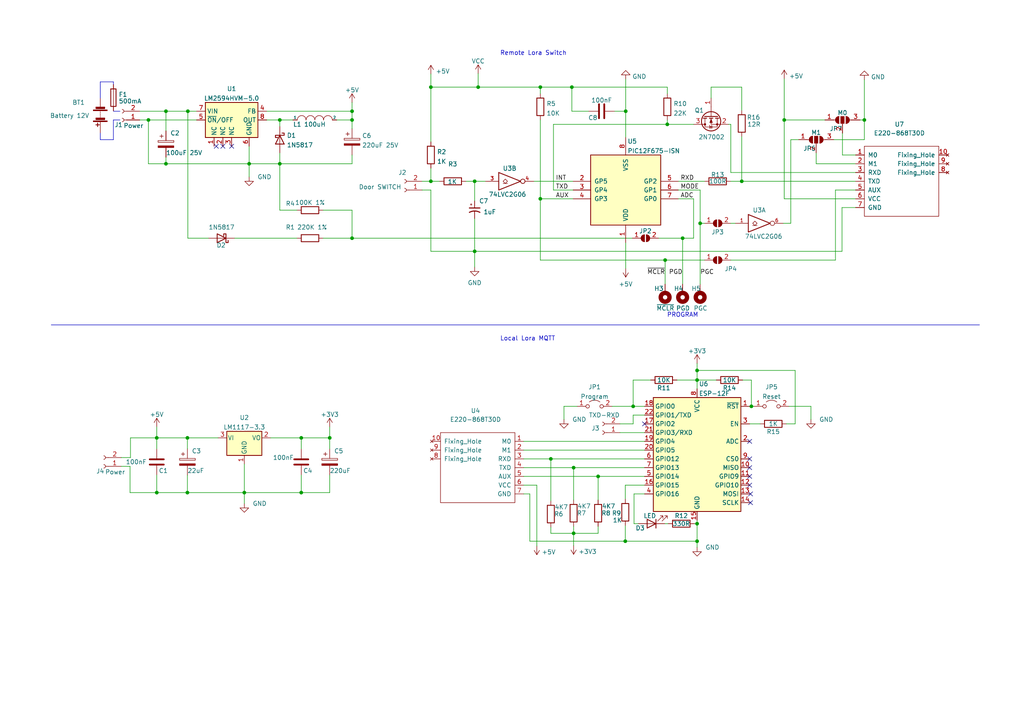
<source format=kicad_sch>
(kicad_sch (version 20221206) (generator eeschema)
  (paper "A4")
  (lib_symbols
    (symbol "74xGxx:74LVC2G06" (pin_names (offset 1.016))
      (property "Reference" "U" (at -2.54 3.81 0))
      (property "Value" "74LVC2G06" (at 0 -3.81 0))
      (symbol "74LVC2G06_0_1"
        (polyline (pts (xy -2.54 -0.635) (xy -1.27 -0.635)))
        (polyline (pts (xy -3.81 2.54) (xy -3.81 -2.54) (xy 2.54 0) (xy -3.81 2.54)) (stroke (width 0.254)))
        (polyline (pts (xy -1.905 0.635) (xy -2.54 0) (xy -1.905 -0.635) (xy -1.27 0) (xy -1.905 0.635)))
        (pin power_in line (at 0 -2.54 270) (length 0) hide (name "GND") (number "2"))
        (pin power_in line (at 0 2.54 90) (length 0) hide (name "VCC") (number "5"))
      )
      (symbol "74LVC2G06_1_1"
        (pin input line (at -7.62 0 0) (length 3.81) (name "~") (number "1"))
        (pin open_collector inverted (at 6.35 0 180) (length 3.81) (name "~") (number "6"))
      )
      (symbol "74LVC2G06_2_1"
        (pin input line (at -7.62 0 0) (length 3.81) (name "~") (number "3"))
        (pin open_collector inverted (at 6.35 0 180) (length 3.81) (name "~") (number "4"))
      )
    )
    (symbol "Connector:Conn_01x02_Female" (pin_names (offset 1.016) hide)
      (property "Reference" "J" (at 0 2.54 0))
      (property "Value" "Conn_01x02_Female" (at 0 -5.08 0))
      (symbol "Conn_01x02_Female_1_1"
        (arc (start 0 -2.032) (mid -0.5058 -2.54) (end 0 -3.048) (stroke (width 0.1524)))
        (polyline (pts (xy -1.27 -2.54) (xy -0.508 -2.54)) (stroke (width 0.1524)))
        (polyline (pts (xy -1.27 0) (xy -0.508 0)) (stroke (width 0.1524)))
        (arc (start 0 0.508) (mid -0.5058 0) (end 0 -0.508) (stroke (width 0.1524)))
        (pin passive line (at -5.08 0 0) (length 3.81) (name "Pin_1") (number "1"))
        (pin passive line (at -5.08 -2.54 0) (length 3.81) (name "Pin_2") (number "2"))
      )
    )
    (symbol "Device:Battery" (pin_numbers hide) (pin_names (offset 0) hide)
      (property "Reference" "BT" (at 2.54 2.54 0))
      (property "Value" "Battery" (at 2.54 0 0))
      (symbol "Battery_0_1"
        (rectangle (start -2.032 -1.397) (end 2.032 -1.651) (fill (type outline)))
        (rectangle (start -2.032 1.778) (end 2.032 1.524) (fill (type outline)))
        (rectangle (start -1.3208 -1.9812) (end 1.27 -2.4892) (fill (type outline)))
        (rectangle (start -1.3208 1.1938) (end 1.27 0.6858) (fill (type outline)))
        (polyline (pts (xy 0 -1.524) (xy 0 -1.27)))
        (polyline (pts (xy 0 -1.016) (xy 0 -0.762)))
        (polyline (pts (xy 0 -0.508) (xy 0 -0.254)))
        (polyline (pts (xy 0 0) (xy 0 0.254)))
        (polyline (pts (xy 0 0.508) (xy 0 0.762)))
        (polyline (pts (xy 0 1.778) (xy 0 2.54)))
        (polyline (pts (xy 0.254 2.667) (xy 1.27 2.667)) (stroke (width 0.254)))
        (polyline (pts (xy 0.762 3.175) (xy 0.762 2.159)) (stroke (width 0.254)))
      )
      (symbol "Battery_1_1"
        (pin passive line (at 0 5.08 270) (length 2.54) (name "+") (number "1"))
        (pin passive line (at 0 -5.08 90) (length 2.54) (name "-") (number "2"))
      )
    )
    (symbol "Device:C" (pin_numbers hide) (pin_names (offset 0.254))
      (property "Reference" "C" (at 0.635 2.54 0))
      (property "Value" "C" (at 0.635 -2.54 0))
      (symbol "C_0_1"
        (polyline (pts (xy -2.032 -0.762) (xy 2.032 -0.762)) (stroke (width 0.508)))
        (polyline (pts (xy -2.032 0.762) (xy 2.032 0.762)) (stroke (width 0.508)))
      )
      (symbol "C_1_1"
        (pin passive line (at 0 3.81 270) (length 2.794) (name "~") (number "1"))
        (pin passive line (at 0 -3.81 90) (length 2.794) (name "~") (number "2"))
      )
    )
    (symbol "Device:CP" (pin_numbers hide) (pin_names (offset 0.254))
      (property "Reference" "C" (at 0.635 2.54 0))
      (property "Value" "CP" (at 0.635 -2.54 0))
      (symbol "CP_0_1"
        (rectangle (start -2.286 0.508) (end 2.286 1.016))
        (polyline (pts (xy -1.778 2.286) (xy -0.762 2.286)))
        (polyline (pts (xy -1.27 2.794) (xy -1.27 1.778)))
        (rectangle (start 2.286 -0.508) (end -2.286 -1.016) (fill (type outline)))
      )
      (symbol "CP_1_1"
        (pin passive line (at 0 3.81 270) (length 2.794) (name "~") (number "1"))
        (pin passive line (at 0 -3.81 90) (length 2.794) (name "~") (number "2"))
      )
    )
    (symbol "Device:CP1_Small" (pin_numbers hide) (pin_names (offset 0.254) hide)
      (property "Reference" "C" (at 0.254 1.778 0))
      (property "Value" "CP1_Small" (at 0.254 -2.032 0))
      (symbol "CP1_Small_0_1"
        (polyline (pts (xy -1.524 0.508) (xy 1.524 0.508)) (stroke (width 0.3048)))
        (polyline (pts (xy -1.27 1.524) (xy -0.762 1.524)))
        (polyline (pts (xy -1.016 1.27) (xy -1.016 1.778)))
        (arc (start 1.524 -0.762) (mid 0 -0.3734) (end -1.524 -0.762) (stroke (width 0.3048)))
      )
      (symbol "CP1_Small_1_1"
        (pin passive line (at 0 2.54 270) (length 2.032) (name "~") (number "1"))
        (pin passive line (at 0 -2.54 90) (length 2.032) (name "~") (number "2"))
      )
    )
    (symbol "Device:Fuse" (pin_numbers hide) (pin_names (offset 0))
      (property "Reference" "F" (at 2.032 0 90))
      (property "Value" "Fuse" (at -1.905 0 90))
      (symbol "Fuse_0_1"
        (rectangle (start -0.762 -2.54) (end 0.762 2.54) (stroke (width 0.254)))
        (polyline (pts (xy 0 2.54) (xy 0 -2.54)))
      )
      (symbol "Fuse_1_1"
        (pin passive line (at 0 3.81 270) (length 1.27) (name "~") (number "1"))
        (pin passive line (at 0 -3.81 90) (length 1.27) (name "~") (number "2"))
      )
    )
    (symbol "Device:LED" (pin_numbers hide) (pin_names (offset 1.016) hide)
      (property "Reference" "D" (at 0 2.54 0))
      (property "Value" "LED" (at 0 -2.54 0))
      (symbol "LED_0_1"
        (polyline (pts (xy -1.27 -1.27) (xy -1.27 1.27)) (stroke (width 0.254)))
        (polyline (pts (xy -1.27 0) (xy 1.27 0)))
        (polyline (pts (xy 1.27 -1.27) (xy 1.27 1.27) (xy -1.27 0) (xy 1.27 -1.27)) (stroke (width 0.254)))
        (polyline (pts (xy -3.048 -0.762) (xy -4.572 -2.286) (xy -3.81 -2.286) (xy -4.572 -2.286) (xy -4.572 -1.524)))
        (polyline (pts (xy -1.778 -0.762) (xy -3.302 -2.286) (xy -2.54 -2.286) (xy -3.302 -2.286) (xy -3.302 -1.524)))
      )
      (symbol "LED_1_1"
        (pin passive line (at -3.81 0 0) (length 2.54) (name "K") (number "1"))
        (pin passive line (at 3.81 0 180) (length 2.54) (name "A") (number "2"))
      )
    )
    (symbol "Device:R" (pin_numbers hide) (pin_names (offset 0))
      (property "Reference" "R" (at 2.032 0 90))
      (property "Value" "R" (at 0 0 90))
      (symbol "R_0_1"
        (rectangle (start -1.016 -2.54) (end 1.016 2.54) (stroke (width 0.254)))
      )
      (symbol "R_1_1"
        (pin passive line (at 0 3.81 270) (length 1.27) (name "~") (number "1"))
        (pin passive line (at 0 -3.81 90) (length 1.27) (name "~") (number "2"))
      )
    )
    (symbol "Diode:1N5817" (pin_numbers hide) (pin_names (offset 1.016) hide)
      (property "Reference" "D" (at 0 2.54 0))
      (property "Value" "1N5817" (at 0 -2.54 0))
      (symbol "1N5817_0_1"
        (polyline (pts (xy 1.27 0) (xy -1.27 0)))
        (polyline (pts (xy 1.27 1.27) (xy 1.27 -1.27) (xy -1.27 0) (xy 1.27 1.27)) (stroke (width 0.254)))
        (polyline (pts (xy -1.905 0.635) (xy -1.905 1.27) (xy -1.27 1.27) (xy -1.27 -1.27) (xy -0.635 -1.27) (xy -0.635 -0.635)) (stroke (width 0.254)))
      )
      (symbol "1N5817_1_1"
        (pin passive line (at -3.81 0 0) (length 2.54) (name "K") (number "1"))
        (pin passive line (at 3.81 0 180) (length 2.54) (name "A") (number "2"))
      )
    )
    (symbol "E32-868T20D_1" (pin_names (offset 1.016))
      (property "Reference" "U4" (at 11.43 6.35 0))
      (property "Value" "E220-868T30D" (at 11.43 3.81 0))
      (symbol "E32-868T20D_1_0_1"
        (rectangle (start 0 0) (end 21.59 -20.32))
      )
      (symbol "E32-868T20D_1_1_0"
        (pin no_connect line (at 24.13 -7.62 180) (length 2.54) (name "Fixing_Hole") (number "8"))
      )
      (symbol "E32-868T20D_1_1_1"
        (pin input line (at -2.54 -2.54 0) (length 2.54) (name "M0") (number "1"))
        (pin no_connect line (at 24.13 -2.54 180) (length 2.54) (name "Fixing_Hole") (number "10"))
        (pin input line (at -2.54 -5.08 0) (length 2.54) (name "M1") (number "2"))
        (pin input line (at -2.54 -7.62 0) (length 2.54) (name "RXD") (number "3"))
        (pin output line (at -2.54 -10.16 0) (length 2.54) (name "TXD") (number "4"))
        (pin output line (at -2.54 -12.7 0) (length 2.54) (name "AUX") (number "5"))
        (pin input line (at -2.54 -15.24 0) (length 2.54) (name "VCC") (number "6"))
        (pin input line (at -2.54 -17.78 0) (length 2.54) (name "GND") (number "7"))
        (pin no_connect line (at 24.13 -5.08 180) (length 2.54) (name "Fixing_Hole") (number "9"))
      )
    )
    (symbol "Jumper:Jumper_2_Open" (pin_names (offset 0) hide)
      (property "Reference" "JP" (at 0 2.794 0))
      (property "Value" "Jumper_2_Open" (at 0 -2.286 0))
      (symbol "Jumper_2_Open_0_0"
        (circle (center -2.032 0) (radius 0.508))
        (circle (center 2.032 0) (radius 0.508))
      )
      (symbol "Jumper_2_Open_0_1"
        (arc (start 1.524 1.27) (mid 0 1.778) (end -1.524 1.27))
      )
      (symbol "Jumper_2_Open_1_1"
        (pin passive line (at -5.08 0 0) (length 2.54) (name "A") (number "1"))
        (pin passive line (at 5.08 0 180) (length 2.54) (name "B") (number "2"))
      )
    )
    (symbol "Jumper:SolderJumper_2_Open" (pin_names (offset 0) hide)
      (property "Reference" "JP" (at 0 2.032 0))
      (property "Value" "SolderJumper_2_Open" (at 0 -2.54 0))
      (symbol "SolderJumper_2_Open_0_1"
        (arc (start -0.254 1.016) (mid -1.2656 0) (end -0.254 -1.016))
        (arc (start -0.254 1.016) (mid -1.2656 0) (end -0.254 -1.016) (fill (type outline)))
        (polyline (pts (xy -0.254 1.016) (xy -0.254 -1.016)))
        (polyline (pts (xy 0.254 1.016) (xy 0.254 -1.016)))
        (arc (start 0.254 -1.016) (mid 1.2656 0) (end 0.254 1.016))
        (arc (start 0.254 -1.016) (mid 1.2656 0) (end 0.254 1.016) (fill (type outline)))
      )
      (symbol "SolderJumper_2_Open_1_1"
        (pin passive line (at -3.81 0 0) (length 2.54) (name "A") (number "1"))
        (pin passive line (at 3.81 0 180) (length 2.54) (name "B") (number "2"))
      )
    )
    (symbol "Jumper:SolderJumper_3_Open" (pin_names (offset 0) hide)
      (property "Reference" "JP" (at -2.54 -2.54 0))
      (property "Value" "SolderJumper_3_Open" (at 0 2.794 0))
      (symbol "SolderJumper_3_Open_0_1"
        (arc (start -1.016 1.016) (mid -2.0276 0) (end -1.016 -1.016))
        (arc (start -1.016 1.016) (mid -2.0276 0) (end -1.016 -1.016) (fill (type outline)))
        (rectangle (start -0.508 1.016) (end 0.508 -1.016) (fill (type outline)))
        (polyline (pts (xy -2.54 0) (xy -2.032 0)))
        (polyline (pts (xy -1.016 1.016) (xy -1.016 -1.016)))
        (polyline (pts (xy 0 -1.27) (xy 0 -1.016)))
        (polyline (pts (xy 1.016 1.016) (xy 1.016 -1.016)))
        (polyline (pts (xy 2.54 0) (xy 2.032 0)))
        (arc (start 1.016 -1.016) (mid 2.0276 0) (end 1.016 1.016))
        (arc (start 1.016 -1.016) (mid 2.0276 0) (end 1.016 1.016) (fill (type outline)))
      )
      (symbol "SolderJumper_3_Open_1_1"
        (pin passive line (at -5.08 0 0) (length 2.54) (name "A") (number "1"))
        (pin input line (at 0 -3.81 90) (length 2.54) (name "C") (number "2"))
        (pin passive line (at 5.08 0 180) (length 2.54) (name "B") (number "3"))
      )
    )
    (symbol "MCU_Microchip_PIC12:PIC12F675-ISN" (pin_names (offset 1.016))
      (property "Reference" "U" (at 1.27 13.97 0))
      (property "Value" "PIC12F675-ISN" (at 1.27 11.43 0))
      (symbol "PIC12F675-ISN_0_1"
        (rectangle (start 10.16 -10.16) (end -10.16 10.16) (stroke (width 0.254)) (fill (type background)))
      )
      (symbol "PIC12F675-ISN_1_1"
        (pin power_in line (at 0 15.24 270) (length 5.08) (name "VDD") (number "1"))
        (pin bidirectional line (at 15.24 -2.54 180) (length 5.08) (name "GP5") (number "2"))
        (pin bidirectional line (at 15.24 0 180) (length 5.08) (name "GP4") (number "3"))
        (pin input line (at 15.24 2.54 180) (length 5.08) (name "GP3") (number "4"))
        (pin bidirectional line (at -15.24 -2.54 0) (length 5.08) (name "GP2") (number "5"))
        (pin bidirectional line (at -15.24 0 0) (length 5.08) (name "GP1") (number "6"))
        (pin bidirectional line (at -15.24 2.54 0) (length 5.08) (name "GP0") (number "7"))
        (pin power_in line (at 0 -15.24 90) (length 5.08) (name "VSS") (number "8"))
      )
    )
    (symbol "Mechanical:MountingHole_Pad" (pin_numbers hide) (pin_names (offset 1.016) hide)
      (property "Reference" "H" (at 0 6.35 0))
      (property "Value" "MountingHole_Pad" (at 0 4.445 0))
      (symbol "MountingHole_Pad_0_1"
        (circle (center 0 1.27) (radius 1.27) (stroke (width 1.27)))
      )
      (symbol "MountingHole_Pad_1_1"
        (pin input line (at 0 -2.54 90) (length 2.54) (name "1") (number "1"))
      )
    )
    (symbol "RF_Module:ESP-12F"
      (property "Reference" "U" (at -12.7 19.05 0))
      (property "Value" "ESP-12F" (at 12.7 19.05 0))
      (symbol "ESP-12F_0_1"
        (rectangle (start -12.7 17.78) (end 12.7 -15.24) (stroke (width 0.254)) (fill (type background)))
      )
      (symbol "ESP-12F_1_1"
        (pin input line (at -15.24 15.24 0) (length 2.54) (name "~{RST}") (number "1"))
        (pin bidirectional line (at -15.24 -2.54 0) (length 2.54) (name "MISO") (number "10"))
        (pin bidirectional line (at -15.24 -5.08 0) (length 2.54) (name "GPIO9") (number "11"))
        (pin bidirectional line (at -15.24 -7.62 0) (length 2.54) (name "GPIO10") (number "12"))
        (pin bidirectional line (at -15.24 -10.16 0) (length 2.54) (name "MOSI") (number "13"))
        (pin bidirectional line (at -15.24 -12.7 0) (length 2.54) (name "SCLK") (number "14"))
        (pin power_in line (at 0 -17.78 90) (length 2.54) (name "GND") (number "15"))
        (pin bidirectional line (at 15.24 -7.62 180) (length 2.54) (name "GPIO15") (number "16"))
        (pin bidirectional line (at 15.24 10.16 180) (length 2.54) (name "GPIO2") (number "17"))
        (pin bidirectional line (at 15.24 15.24 180) (length 2.54) (name "GPIO0") (number "18"))
        (pin bidirectional line (at 15.24 5.08 180) (length 2.54) (name "GPIO4") (number "19"))
        (pin input line (at -15.24 5.08 0) (length 2.54) (name "ADC") (number "2"))
        (pin bidirectional line (at 15.24 2.54 180) (length 2.54) (name "GPIO5") (number "20"))
        (pin bidirectional line (at 15.24 7.62 180) (length 2.54) (name "GPIO3/RXD") (number "21"))
        (pin bidirectional line (at 15.24 12.7 180) (length 2.54) (name "GPIO1/TXD") (number "22"))
        (pin input line (at -15.24 10.16 0) (length 2.54) (name "EN") (number "3"))
        (pin bidirectional line (at 15.24 -10.16 180) (length 2.54) (name "GPIO16") (number "4"))
        (pin bidirectional line (at 15.24 -5.08 180) (length 2.54) (name "GPIO14") (number "5"))
        (pin bidirectional line (at 15.24 0 180) (length 2.54) (name "GPIO12") (number "6"))
        (pin bidirectional line (at 15.24 -2.54 180) (length 2.54) (name "GPIO13") (number "7"))
        (pin power_in line (at 0 20.32 270) (length 2.54) (name "VCC") (number "8"))
        (pin input line (at -15.24 0 0) (length 2.54) (name "CS0") (number "9"))
      )
    )
    (symbol "Regulator_Linear:LM1117-3.3" (pin_names (offset 0.254))
      (property "Reference" "U" (at -3.81 3.175 0))
      (property "Value" "LM1117-3.3" (at 0 3.175 0))
      (symbol "LM1117-3.3_0_1"
        (rectangle (start -5.08 -5.08) (end 5.08 1.905) (stroke (width 0.254)) (fill (type background)))
      )
      (symbol "LM1117-3.3_1_1"
        (pin power_in line (at 0 -7.62 90) (length 2.54) (name "GND") (number "1"))
        (pin power_out line (at 7.62 0 180) (length 2.54) (name "VO") (number "2"))
        (pin power_in line (at -7.62 0 0) (length 2.54) (name "VI") (number "3"))
      )
    )
    (symbol "Regulator_Switching:LM2594HVM-5.0"
      (property "Reference" "U" (at -7.62 6.35 0))
      (property "Value" "LM2594HVM-5.0" (at 0 6.35 0))
      (symbol "LM2594HVM-5.0_0_1"
        (rectangle (start -7.62 5.08) (end 7.62 -5.08) (stroke (width 0.254)) (fill (type background)))
      )
      (symbol "LM2594HVM-5.0_1_1"
        (pin passive line (at -5.08 -7.62 90) (length 2.54) (name "NC") (number "1"))
        (pin passive line (at -2.54 -7.62 90) (length 2.54) (name "NC") (number "2"))
        (pin passive line (at 0 -7.62 90) (length 2.54) (name "NC") (number "3"))
        (pin input line (at 10.16 2.54 180) (length 2.54) (name "FB") (number "4"))
        (pin input line (at -10.16 0 0) (length 2.54) (name "~{ON}/OFF") (number "5"))
        (pin power_in line (at 5.08 -7.62 90) (length 2.54) (name "GND") (number "6"))
        (pin power_in line (at -10.16 2.54 0) (length 2.54) (name "VIN") (number "7"))
        (pin output line (at 10.16 0 180) (length 2.54) (name "OUT") (number "8"))
      )
    )
    (symbol "Transistor_FET:2N7002" (pin_names hide)
      (property "Reference" "Q" (at 5.08 1.905 0))
      (property "Value" "2N7002" (at 5.08 0 0))
      (symbol "2N7002_0_1"
        (polyline (pts (xy 0.254 0) (xy -2.54 0)))
        (polyline (pts (xy 0.254 1.905) (xy 0.254 -1.905)) (stroke (width 0.254)))
        (polyline (pts (xy 0.762 -1.27) (xy 0.762 -2.286)) (stroke (width 0.254)))
        (polyline (pts (xy 0.762 0.508) (xy 0.762 -0.508)) (stroke (width 0.254)))
        (polyline (pts (xy 0.762 2.286) (xy 0.762 1.27)) (stroke (width 0.254)))
        (polyline (pts (xy 2.54 2.54) (xy 2.54 1.778)))
        (polyline (pts (xy 2.54 -2.54) (xy 2.54 0) (xy 0.762 0)))
        (polyline (pts (xy 0.762 -1.778) (xy 3.302 -1.778) (xy 3.302 1.778) (xy 0.762 1.778)))
        (polyline (pts (xy 1.016 0) (xy 2.032 0.381) (xy 2.032 -0.381) (xy 1.016 0)) (fill (type outline)))
        (polyline (pts (xy 2.794 0.508) (xy 2.921 0.381) (xy 3.683 0.381) (xy 3.81 0.254)))
        (polyline (pts (xy 3.302 0.381) (xy 2.921 -0.254) (xy 3.683 -0.254) (xy 3.302 0.381)))
        (circle (center 1.651 0) (radius 2.794) (stroke (width 0.254)))
        (circle (center 2.54 -1.778) (radius 0.254) (fill (type outline)))
        (circle (center 2.54 1.778) (radius 0.254) (fill (type outline)))
      )
      (symbol "2N7002_1_1"
        (pin input line (at -5.08 0 0) (length 2.54) (name "G") (number "1"))
        (pin passive line (at 2.54 -5.08 90) (length 2.54) (name "S") (number "2"))
        (pin passive line (at 2.54 5.08 270) (length 2.54) (name "D") (number "3"))
      )
    )
    (symbol "e32:E32-868T20D" (pin_names (offset 1.016))
      (property "Reference" "U7" (at 10.16 6.35 0))
      (property "Value" "E220-868T30D" (at 10.16 3.81 0))
      (symbol "E32-868T20D_0_1"
        (rectangle (start 0 0) (end 21.59 -20.32))
      )
      (symbol "E32-868T20D_1_0"
        (pin no_connect line (at 24.13 -7.62 180) (length 2.54) (name "Fixing_Hole") (number "8"))
      )
      (symbol "E32-868T20D_1_1"
        (pin input line (at -2.54 -2.54 0) (length 2.54) (name "M0") (number "1"))
        (pin no_connect line (at 24.13 -2.54 180) (length 2.54) (name "Fixing_Hole") (number "10"))
        (pin input line (at -2.54 -5.08 0) (length 2.54) (name "M1") (number "2"))
        (pin input line (at -2.54 -7.62 0) (length 2.54) (name "RXD") (number "3"))
        (pin output line (at -2.54 -10.16 0) (length 2.54) (name "TXD") (number "4"))
        (pin output line (at -2.54 -12.7 0) (length 2.54) (name "AUX") (number "5"))
        (pin input line (at -2.54 -15.24 0) (length 2.54) (name "VCC") (number "6"))
        (pin input line (at -2.54 -17.78 0) (length 2.54) (name "GND") (number "7"))
        (pin no_connect line (at 24.13 -5.08 180) (length 2.54) (name "Fixing_Hole") (number "9"))
      )
    )
    (symbol "power:+3V3" (power) (pin_names (offset 0))
      (property "Value" "+3V3" (at 0 3.556 0))
      (symbol "+3V3_0_1"
        (polyline (pts (xy -0.762 1.27) (xy 0 2.54)))
        (polyline (pts (xy 0 0) (xy 0 2.54)))
        (polyline (pts (xy 0 2.54) (xy 0.762 1.27)))
      )
      (symbol "+3V3_1_1"
        (pin power_in line (at 0 0 90) (length 0) hide (name "+3V3") (number "1"))
      )
    )
    (symbol "power:+5V" (power) (pin_names (offset 0))
      (property "Value" "+5V" (at 0 3.556 0))
      (symbol "+5V_0_1"
        (polyline (pts (xy -0.762 1.27) (xy 0 2.54)))
        (polyline (pts (xy 0 0) (xy 0 2.54)))
        (polyline (pts (xy 0 2.54) (xy 0.762 1.27)))
      )
      (symbol "+5V_1_1"
        (pin power_in line (at 0 0 90) (length 0) hide (name "+5V") (number "1"))
      )
    )
    (symbol "power:GND" (power) (pin_names (offset 0))
      (property "Value" "GND" (at 0 -3.81 0))
      (symbol "GND_0_1"
        (polyline (pts (xy 0 0) (xy 0 -1.27) (xy 1.27 -1.27) (xy 0 -2.54) (xy -1.27 -1.27) (xy 0 -1.27)))
      )
      (symbol "GND_1_1"
        (pin power_in line (at 0 0 270) (length 0) hide (name "GND") (number "1"))
      )
    )
    (symbol "power:VCC" (power) (pin_names (offset 0))
      (property "Value" "VCC" (at 0 3.81 0))
      (symbol "VCC_0_1"
        (polyline (pts (xy -0.762 1.27) (xy 0 2.54)))
        (polyline (pts (xy 0 0) (xy 0 2.54)))
        (polyline (pts (xy 0 2.54) (xy 0.762 1.27)))
      )
      (symbol "VCC_1_1"
        (pin power_in line (at 0 0 90) (length 0) hide (name "VCC") (number "1"))
      )
    )
    (symbol "pspice:INDUCTOR" (pin_numbers hide) (pin_names (offset 0))
      (property "Reference" "L" (at 0 2.54 0))
      (property "Value" "INDUCTOR" (at 0 -1.27 0))
      (symbol "INDUCTOR_0_1"
        (arc (start -2.54 0) (mid -3.81 1.2645) (end -5.08 0))
        (arc (start 0 0) (mid -1.27 1.2645) (end -2.54 0))
        (arc (start 2.54 0) (mid 1.27 1.2645) (end 0 0))
        (arc (start 5.08 0) (mid 3.81 1.2645) (end 2.54 0))
      )
      (symbol "INDUCTOR_1_1"
        (pin input line (at -6.35 0 0) (length 1.27) (name "1") (number "1"))
        (pin input line (at 6.35 0 180) (length 1.27) (name "2") (number "2"))
      )
    )
  )
  (junction (at 70.866 142.875))
  (junction (at 48.133 32.258))
  (junction (at 217.932 117.856))
  (junction (at 166.37 135.636))
  (junction (at 72.263 47.498))
  (junction (at 156.718 57.658))
  (junction (at 202.184 156.972))
  (junction (at 156.718 25.273))
  (junction (at 54.483 32.258))
  (junction (at 43.053 34.798))
  (junction (at 202.184 110.236))
  (junction (at 193.548 36.068))
  (junction (at 45.466 127))
  (junction (at 81.153 34.798))
  (junction (at 81.153 47.498))
  (junction (at 215.138 52.578))
  (junction (at 197.993 69.088))
  (junction (at 102.108 34.798))
  (junction (at 181.483 32.258))
  (junction (at 45.466 142.875))
  (junction (at 95.631 127))
  (junction (at 202.184 107.442))
  (junction (at 124.968 52.578))
  (junction (at 183.642 117.856))
  (junction (at 192.913 75.438))
  (junction (at 54.356 142.875))
  (junction (at 48.133 47.498))
  (junction (at 102.108 32.258))
  (junction (at 173.482 138.176))
  (junction (at 165.862 25.273))
  (junction (at 102.108 69.088))
  (junction (at 137.668 52.578))
  (junction (at 138.684 25.273))
  (junction (at 166.37 154.686))
  (junction (at 227.457 34.798))
  (junction (at 87.376 142.875))
  (junction (at 203.073 64.77))
  (junction (at 159.766 133.096))
  (junction (at 202.184 151.892))
  (junction (at 181.356 156.972))
  (junction (at 137.668 72.898))
  (junction (at 87.376 127))
  (junction (at 250.698 34.798))
  (junction (at 54.356 127))
  (junction (at 124.968 25.273))
  (no_connect (at 186.944 122.936))
  (no_connect (at 67.183 42.418))
  (no_connect (at 64.643 42.418))
  (no_connect (at 62.738 42.418))
  (no_connect (at 217.424 133.096))
  (no_connect (at 217.424 140.716))
  (no_connect (at 217.678 143.256))
  (no_connect (at 217.424 135.636))
  (no_connect (at 217.424 138.176))
  (no_connect (at 217.678 145.796))
  (no_connect (at 217.424 128.016))
  (wire (pts (xy 48.133 47.498) (xy 72.263 47.498)))
  (wire (pts (xy 156.718 25.273) (xy 165.862 25.273)))
  (wire (pts (xy 186.944 143.256) (xy 183.896 143.256)))
  (wire (pts (xy 151.892 128.016) (xy 186.944 128.016)))
  (wire (pts (xy 86.106 60.96) (xy 81.153 60.96)))
  (wire (pts (xy 202.184 105.41) (xy 202.184 107.442)))
  (wire (pts (xy 181.483 70.358) (xy 181.483 77.851)))
  (wire (pts (xy 196.723 55.118) (xy 203.073 55.118)))
  (wire (pts (xy 197.993 69.088) (xy 197.993 82.423)))
  (wire (pts (xy 160.528 36.068) (xy 160.528 55.118)))
  (wire (pts (xy 153.67 143.256) (xy 153.67 156.972)))
  (wire (pts (xy 70.866 134.62) (xy 70.866 142.875)))
  (polyline (pts (xy 32.893 23.749) (xy 29.083 23.749)))
  (wire (pts (xy 166.37 154.686) (xy 159.766 154.686)))
  (wire (pts (xy 54.483 32.258) (xy 57.023 32.258)))
  (wire (pts (xy 93.726 69.088) (xy 102.108 69.088)))
  (wire (pts (xy 156.718 25.273) (xy 156.718 27.178)))
  (wire (pts (xy 250.698 34.798) (xy 250.698 40.513)))
  (polyline (pts (xy 29.083 28.448) (xy 29.083 25.273)))
  (wire (pts (xy 167.386 117.856) (xy 163.576 117.856)))
  (wire (pts (xy 181.356 152.4) (xy 181.356 156.972)))
  (wire (pts (xy 87.376 142.875) (xy 70.866 142.875)))
  (wire (pts (xy 156.718 57.658) (xy 156.718 75.438)))
  (wire (pts (xy 248.158 57.658) (xy 227.457 57.658)))
  (wire (pts (xy 70.866 142.875) (xy 70.866 146.05)))
  (wire (pts (xy 48.133 47.498) (xy 43.053 47.498)))
  (wire (pts (xy 124.968 25.273) (xy 138.684 25.273)))
  (wire (pts (xy 201.168 57.658) (xy 201.168 69.088)))
  (wire (pts (xy 227.457 34.798) (xy 227.457 57.658)))
  (wire (pts (xy 250.698 23.114) (xy 250.698 34.798)))
  (wire (pts (xy 138.684 25.273) (xy 156.718 25.273)))
  (wire (pts (xy 135.128 52.578) (xy 137.668 52.578)))
  (wire (pts (xy 43.053 34.798) (xy 57.023 34.798)))
  (wire (pts (xy 48.133 32.258) (xy 48.133 37.973)))
  (wire (pts (xy 230.632 122.936) (xy 230.632 107.442)))
  (wire (pts (xy 244.221 60.198) (xy 244.221 72.898)))
  (wire (pts (xy 173.482 152.654) (xy 173.482 154.686)))
  (wire (pts (xy 248.158 44.958) (xy 244.348 44.958)))
  (wire (pts (xy 211.963 75.438) (xy 242.316 75.438)))
  (wire (pts (xy 37.846 127) (xy 37.846 132.715)))
  (polyline (pts (xy 29.083 23.749) (xy 29.083 25.273)))
  (wire (pts (xy 137.668 72.898) (xy 137.668 77.47)))
  (wire (pts (xy 77.343 32.258) (xy 102.108 32.258)))
  (wire (pts (xy 159.766 152.908) (xy 159.766 154.686)))
  (wire (pts (xy 166.37 152.654) (xy 166.37 154.686)))
  (wire (pts (xy 173.482 138.176) (xy 173.482 145.034)))
  (wire (pts (xy 97.663 34.798) (xy 102.108 34.798)))
  (wire (pts (xy 37.719 135.255) (xy 37.719 142.875)))
  (wire (pts (xy 81.153 60.96) (xy 81.153 47.498)))
  (wire (pts (xy 124.968 21.463) (xy 124.968 25.273)))
  (wire (pts (xy 192.786 151.892) (xy 193.802 151.892)))
  (wire (pts (xy 193.548 27.178) (xy 193.548 25.273)))
  (wire (pts (xy 68.072 69.088) (xy 86.106 69.088)))
  (wire (pts (xy 165.862 32.258) (xy 165.862 25.273)))
  (wire (pts (xy 93.726 60.96) (xy 102.108 60.96)))
  (wire (pts (xy 163.576 117.856) (xy 163.576 121.666)))
  (polyline (pts (xy 14.859 94.234) (xy 284.099 94.234)))
  (wire (pts (xy 211.963 36.068) (xy 211.328 36.068)))
  (wire (pts (xy 166.37 154.686) (xy 166.37 158.242)))
  (wire (pts (xy 54.356 137.795) (xy 54.356 142.875)))
  (wire (pts (xy 156.718 57.658) (xy 166.243 57.658)))
  (wire (pts (xy 166.37 154.686) (xy 173.482 154.686)))
  (wire (pts (xy 54.356 130.175) (xy 54.356 127)))
  (wire (pts (xy 203.073 64.77) (xy 204.343 64.77)))
  (wire (pts (xy 72.263 47.498) (xy 81.153 47.498)))
  (wire (pts (xy 193.548 34.798) (xy 193.548 36.068)))
  (wire (pts (xy 140.843 52.578) (xy 137.668 52.578)))
  (wire (pts (xy 202.184 156.972) (xy 202.184 158.75)))
  (wire (pts (xy 236.728 44.323) (xy 236.728 47.498)))
  (wire (pts (xy 138.684 21.336) (xy 138.684 25.273)))
  (wire (pts (xy 201.168 36.068) (xy 193.548 36.068)))
  (wire (pts (xy 122.428 52.578) (xy 124.968 52.578)))
  (wire (pts (xy 81.153 44.323) (xy 81.153 47.498)))
  (wire (pts (xy 151.892 133.096) (xy 159.766 133.096)))
  (wire (pts (xy 228.854 117.856) (xy 235.204 117.856)))
  (wire (pts (xy 54.356 127) (xy 63.246 127)))
  (wire (pts (xy 95.631 127) (xy 95.631 130.175)))
  (wire (pts (xy 87.376 127) (xy 95.631 127)))
  (wire (pts (xy 102.108 34.798) (xy 102.108 37.338)))
  (wire (pts (xy 183.642 117.856) (xy 186.944 117.856)))
  (wire (pts (xy 181.356 156.972) (xy 202.184 156.972)))
  (wire (pts (xy 45.466 142.875) (xy 45.466 137.795)))
  (wire (pts (xy 202.184 110.236) (xy 207.772 110.236)))
  (wire (pts (xy 155.702 140.716) (xy 151.892 140.716)))
  (wire (pts (xy 229.362 40.513) (xy 229.362 64.77)))
  (wire (pts (xy 211.963 64.77) (xy 213.233 64.77)))
  (wire (pts (xy 181.356 140.716) (xy 181.356 144.78)))
  (wire (pts (xy 201.422 151.892) (xy 202.184 151.892)))
  (wire (pts (xy 151.892 130.556) (xy 186.944 130.556)))
  (wire (pts (xy 137.668 63.373) (xy 137.668 72.898)))
  (wire (pts (xy 151.892 135.636) (xy 166.37 135.636)))
  (wire (pts (xy 202.184 151.892) (xy 202.184 156.972)))
  (wire (pts (xy 249.428 34.798) (xy 250.698 34.798)))
  (wire (pts (xy 197.993 69.088) (xy 201.168 69.088)))
  (wire (pts (xy 37.719 142.875) (xy 45.466 142.875)))
  (wire (pts (xy 215.392 110.236) (xy 217.932 110.236)))
  (wire (pts (xy 37.846 132.715) (xy 35.179 132.715)))
  (wire (pts (xy 54.483 69.088) (xy 60.452 69.088)))
  (wire (pts (xy 154.813 52.578) (xy 166.243 52.578)))
  (wire (pts (xy 54.483 69.088) (xy 54.483 32.258)))
  (wire (pts (xy 183.642 110.236) (xy 183.642 117.856)))
  (wire (pts (xy 45.466 127) (xy 54.356 127)))
  (wire (pts (xy 151.892 138.176) (xy 173.482 138.176)))
  (wire (pts (xy 87.376 137.795) (xy 87.376 142.875)))
  (wire (pts (xy 181.483 22.987) (xy 181.483 32.258)))
  (wire (pts (xy 87.376 127) (xy 87.376 130.175)))
  (wire (pts (xy 166.37 145.034) (xy 166.37 135.636)))
  (wire (pts (xy 186.944 140.716) (xy 181.356 140.716)))
  (wire (pts (xy 250.698 40.513) (xy 241.808 40.513)))
  (wire (pts (xy 248.158 60.198) (xy 244.221 60.198)))
  (wire (pts (xy 179.832 125.476) (xy 186.944 125.476)))
  (wire (pts (xy 206.248 25.273) (xy 215.138 25.273)))
  (wire (pts (xy 124.968 48.768) (xy 124.968 52.578)))
  (wire (pts (xy 183.642 120.396) (xy 183.642 122.936)))
  (wire (pts (xy 151.892 143.256) (xy 153.67 143.256)))
  (wire (pts (xy 137.668 72.898) (xy 244.221 72.898)))
  (wire (pts (xy 124.968 55.118) (xy 124.968 72.898)))
  (wire (pts (xy 102.108 69.088) (xy 183.388 69.088)))
  (wire (pts (xy 203.073 55.118) (xy 203.073 64.77)))
  (wire (pts (xy 48.133 45.593) (xy 48.133 47.498)))
  (wire (pts (xy 78.486 127) (xy 87.376 127)))
  (wire (pts (xy 215.138 39.624) (xy 215.138 52.578)))
  (wire (pts (xy 196.723 52.578) (xy 204.343 52.578)))
  (wire (pts (xy 202.184 150.876) (xy 202.184 151.892)))
  (wire (pts (xy 102.108 60.96) (xy 102.108 69.088)))
  (wire (pts (xy 231.648 40.513) (xy 229.362 40.513)))
  (wire (pts (xy 192.913 75.438) (xy 192.913 82.423)))
  (wire (pts (xy 215.138 52.578) (xy 248.158 52.578)))
  (polyline (pts (xy 32.893 32.258) (xy 34.798 32.258)))
  (wire (pts (xy 227.457 34.798) (xy 227.457 22.86)))
  (wire (pts (xy 192.913 75.438) (xy 204.343 75.438)))
  (wire (pts (xy 102.108 32.258) (xy 102.108 34.798)))
  (wire (pts (xy 173.482 138.176) (xy 186.944 138.176)))
  (wire (pts (xy 215.138 25.273) (xy 215.138 32.004)))
  (wire (pts (xy 40.513 32.258) (xy 48.133 32.258)))
  (wire (pts (xy 72.263 42.418) (xy 72.263 47.498)))
  (wire (pts (xy 155.702 158.369) (xy 155.702 140.716)))
  (wire (pts (xy 183.896 143.256) (xy 183.896 151.892)))
  (wire (pts (xy 159.766 133.096) (xy 186.944 133.096)))
  (wire (pts (xy 72.263 47.498) (xy 72.263 51.308)))
  (wire (pts (xy 165.862 25.273) (xy 193.548 25.273)))
  (wire (pts (xy 156.718 75.438) (xy 192.913 75.438)))
  (wire (pts (xy 181.483 32.258) (xy 181.483 39.878)))
  (wire (pts (xy 211.963 50.038) (xy 248.158 50.038)))
  (wire (pts (xy 242.316 75.438) (xy 242.316 55.118)))
  (wire (pts (xy 122.428 55.118) (xy 124.968 55.118)))
  (wire (pts (xy 102.108 44.958) (xy 102.108 47.498)))
  (polyline (pts (xy 32.893 40.513) (xy 29.083 40.513)))
  (wire (pts (xy 193.548 36.068) (xy 160.528 36.068)))
  (wire (pts (xy 137.668 52.578) (xy 137.668 58.293)))
  (wire (pts (xy 70.866 142.875) (xy 54.356 142.875)))
  (wire (pts (xy 124.968 72.898) (xy 137.668 72.898)))
  (wire (pts (xy 202.184 110.236) (xy 202.184 112.776)))
  (wire (pts (xy 244.348 38.608) (xy 244.348 44.958)))
  (polyline (pts (xy 29.083 38.608) (xy 29.083 40.513)))
  (wire (pts (xy 54.356 142.875) (xy 45.466 142.875)))
  (wire (pts (xy 40.513 34.798) (xy 43.053 34.798)))
  (wire (pts (xy 228.092 122.936) (xy 230.632 122.936)))
  (wire (pts (xy 95.631 142.875) (xy 87.376 142.875)))
  (wire (pts (xy 160.528 55.118) (xy 166.243 55.118)))
  (wire (pts (xy 77.343 34.798) (xy 81.153 34.798)))
  (wire (pts (xy 217.932 117.856) (xy 218.694 117.856)))
  (wire (pts (xy 124.968 52.578) (xy 127.508 52.578)))
  (wire (pts (xy 170.688 32.258) (xy 165.862 32.258)))
  (wire (pts (xy 211.963 50.038) (xy 211.963 36.068)))
  (wire (pts (xy 156.718 34.798) (xy 156.718 57.658)))
  (wire (pts (xy 239.268 34.798) (xy 227.457 34.798)))
  (wire (pts (xy 45.466 127) (xy 45.466 130.175)))
  (wire (pts (xy 206.248 28.448) (xy 206.248 25.273)))
  (wire (pts (xy 37.846 127) (xy 45.466 127)))
  (wire (pts (xy 211.963 52.578) (xy 215.138 52.578)))
  (polyline (pts (xy 32.893 24.511) (xy 32.893 23.749)))
  (wire (pts (xy 186.944 120.396) (xy 183.642 120.396)))
  (wire (pts (xy 217.424 122.936) (xy 220.472 122.936)))
  (wire (pts (xy 202.184 107.442) (xy 202.184 110.236)))
  (wire (pts (xy 81.153 34.798) (xy 84.963 34.798)))
  (wire (pts (xy 188.722 110.236) (xy 183.642 110.236)))
  (wire (pts (xy 124.968 41.148) (xy 124.968 25.273)))
  (wire (pts (xy 81.153 34.798) (xy 81.153 36.703)))
  (wire (pts (xy 236.728 47.498) (xy 248.158 47.498)))
  (wire (pts (xy 196.342 110.236) (xy 202.184 110.236)))
  (wire (pts (xy 203.073 64.77) (xy 203.073 82.423)))
  (wire (pts (xy 48.133 32.258) (xy 54.483 32.258)))
  (polyline (pts (xy 32.893 34.798) (xy 32.893 40.513)))
  (wire (pts (xy 102.108 29.718) (xy 102.108 32.258)))
  (wire (pts (xy 196.723 57.658) (xy 201.168 57.658)))
  (wire (pts (xy 183.896 151.892) (xy 185.166 151.892)))
  (wire (pts (xy 217.932 110.236) (xy 217.932 117.856)))
  (wire (pts (xy 45.466 123.825) (xy 45.466 127)))
  (wire (pts (xy 181.483 32.258) (xy 178.308 32.258)))
  (wire (pts (xy 153.67 156.972) (xy 181.356 156.972)))
  (wire (pts (xy 183.642 122.936) (xy 179.832 122.936)))
  (wire (pts (xy 177.546 117.856) (xy 183.642 117.856)))
  (wire (pts (xy 235.204 117.856) (xy 235.204 121.666)))
  (wire (pts (xy 242.316 55.118) (xy 248.158 55.118)))
  (wire (pts (xy 202.184 107.442) (xy 230.632 107.442)))
  (wire (pts (xy 191.008 69.088) (xy 197.993 69.088)))
  (wire (pts (xy 95.631 137.795) (xy 95.631 142.875)))
  (wire (pts (xy 217.424 117.856) (xy 217.932 117.856)))
  (wire (pts (xy 159.766 145.288) (xy 159.766 133.096)))
  (polyline (pts (xy 34.798 34.798) (xy 32.893 34.798)))
  (wire (pts (xy 227.203 64.77) (xy 229.362 64.77)))
  (wire (pts (xy 43.053 47.498) (xy 43.053 34.798)))
  (wire (pts (xy 166.37 135.636) (xy 186.944 135.636)))
  (wire (pts (xy 81.153 47.498) (xy 102.108 47.498)))
  (wire (pts (xy 95.631 123.825) (xy 95.631 127)))
  (wire (pts (xy 35.179 135.255) (xy 37.719 135.255)))
  (text "Local Lora MQTT" (at 145.034 99.06 0) (effects (font (size 1.27 1.27)) (justify left bottom)))
  (text "PROGRAM" (at 193.421 92.202 0) (effects (font (size 1.27 1.27)) (justify left bottom)))
  (text "Remote Lora Switch" (at 145.034 16.256 0) (effects (font (size 1.27 1.27)) (justify left bottom)))
  (label "AUX" (at 161.163 57.658 0))
  (label "RXD" (at 197.358 52.578 0))
  (label "TXD" (at 161.163 55.118 0))
  (label "~{MCLR}" (at 192.913 79.883 180))
  (label "MODE" (at 197.358 55.118 0))
  (label "PGC" (at 203.073 79.883 0))
  (label "INT" (at 161.163 52.578 0))
  (label "ADC" (at 197.358 57.658 0))
  (label "PGD" (at 197.993 79.883 180))
  (symbol (lib_id "Regulator_Switching:LM2594HVM-5.0") (at 67.183 34.798 0) (unit 1)
    (property "Reference" "U1" (at 67.183 25.7515 0))
    (property "Value" "LM2594HVM-5.0" (at 67.183 28.5266 0))
    (property "Footprint" "Package_SO:SOIC-8_3.9x4.9mm_P1.27mm" (effects hide))
    (property "Datasheet" "http://www.ti.com/lit/ds/symlink/lm2594.pdf" (effects hide))
  )
  (symbol (lib_id "Connector:Conn_01x02_Female") (at 117.348 55.118 180) (unit 1)
    (property "Reference" "J2" (at 116.713 50.038 0))
    (property "Value" "Door SWITCH" (at 110.236 54.229 0))
    (property "Footprint" "Connector:JWT_A3963_1x02_P3.96mm_Vertical" (effects hide))
  )
  (symbol (lib_id "Device:R") (at 193.548 30.988 180) (unit 1)
    (property "Reference" "R10" (at 195.326 30.0795 0) (effects (justify right)))
    (property "Value" "22K" (at 195.326 32.8546 0) (effects (justify right)))
    (property "Footprint" "Resistor_SMD:R_0805_2012Metric" (effects hide))
    (property "Sim.Device" "SPICE" (effects hide))
    (property "Sim.Params" "type=\"\" model=\"22K\" lib=\"\"" (effects hide))
    (property "Sim.Pins" "1=1 2=2" (effects hide))
  )
  (symbol (lib_id "power:+5V") (at 45.466 123.825 0) (unit 1)
    (property "Reference" "#PWR01" (effects hide))
    (property "Value" "+5V" (at 45.466 120.2205 0))
  )
  (symbol (lib_id "Device:C") (at 45.466 133.985 180) (unit 1)
    (property "Reference" "C1" (at 47.371 136.525 0))
    (property "Value" "100nF" (at 39.497 133.985 0))
    (property "Footprint" "Capacitor_SMD:C_0805_2012Metric" (effects hide))
    (property "Sim.Device" "SPICE" (effects hide))
    (property "Sim.Params" "type=\"\" model=\"100n\" lib=\"\"" (effects hide))
    (property "Sim.Pins" "1=1 2=2" (effects hide))
  )
  (symbol (lib_id "Device:R") (at 197.612 151.892 90) (unit 1)
    (property "Reference" "R12" (at 197.612 149.606 90))
    (property "Value" "330R" (at 197.612 151.892 90))
    (property "Footprint" "Resistor_SMD:R_0805_2012Metric" (effects hide))
  )
  (symbol (lib_id "power:+3V3") (at 202.184 105.41 0) (unit 1)
    (property "Reference" "#PWR010" (effects hide))
    (property "Value" "+3V3" (at 202.184 101.8055 0))
  )
  (symbol (lib_id "Jumper:SolderJumper_2_Open") (at 208.153 64.77 0) (unit 1)
    (property "Reference" "JP3" (at 208.153 67.31 0))
    (property "Value" "PROGRAM" (effects hide))
    (property "Footprint" "Jumper:SolderJumper-2_P1.3mm_Open_RoundedPad1.0x1.5mm" (effects hide))
  )
  (symbol (lib_id "Transistor_FET:2N7002") (at 206.248 33.528 90) (mirror x) (unit 1)
    (property "Reference" "Q1" (at 202.819 32.004 90))
    (property "Value" "2N7002" (at 206.375 39.751 90))
    (property "Footprint" "Package_TO_SOT_SMD:SOT-23" (effects hide))
    (property "Datasheet" "https://www.onsemi.com/pub/Collateral/NDS7002A-D.PDF" (effects hide))
  )
  (symbol (lib_id "Mechanical:MountingHole_Pad") (at 192.913 84.963 180) (unit 1)
    (property "Reference" "H3" (at 189.738 83.693 0) (effects (justify right)))
    (property "Value" "~{MCLR}" (at 190.373 89.408 0) (effects (justify right)))
    (property "Footprint" "Connector_Pin:Pin_D0.7mm_L6.5mm_W1.8mm_FlatFork" (effects hide))
  )
  (symbol (lib_id "power:GND") (at 202.184 158.75 0) (unit 1)
    (property "Reference" "#PWR011" (effects hide))
    (property "Value" "GND" (at 206.629 158.75 0))
  )
  (symbol (lib_id "power:+3V3") (at 95.631 123.825 0) (unit 1)
    (property "Reference" "#PWR04" (effects hide))
    (property "Value" "+3V3" (at 95.631 120.2205 0))
  )
  (symbol (lib_id "Diode:1N5817") (at 64.262 69.088 180) (unit 1)
    (property "Reference" "D2" (at 65.488 71.12 0) (effects (justify left)))
    (property "Value" "1N5817" (at 68.072 65.913 0) (effects (justify left)))
    (property "Footprint" "Diode_THT:D_DO-41_SOD81_P10.16mm_Horizontal" (effects hide))
    (property "Datasheet" "http://www.vishay.com/docs/88525/1n5817.pdf" (effects hide))
  )
  (symbol (lib_id "Jumper:SolderJumper_3_Open") (at 236.728 40.513 0) (unit 1)
    (property "Reference" "JP6" (at 234.823 43.053 0))
    (property "Value" "M1" (at 236.728 38.4326 0))
    (property "Footprint" "Jumper:SolderJumper-3_P1.3mm_Open_RoundedPad1.0x1.5mm" (effects hide))
  )
  (symbol (lib_id "Jumper:SolderJumper_2_Open") (at 187.198 69.088 0) (unit 1)
    (property "Reference" "JP2" (at 187.198 67.0075 0))
    (property "Value" "Program" (effects hide))
    (property "Footprint" "Jumper:SolderJumper-2_P1.3mm_Open_RoundedPad1.0x1.5mm" (effects hide))
  )
  (symbol (lib_id "Regulator_Linear:LM1117-3.3") (at 70.866 127 0) (unit 1)
    (property "Reference" "U2" (at 70.866 121.1285 0))
    (property "Value" "LM1117-3.3" (at 70.866 123.9036 0))
    (property "Footprint" "Package_TO_SOT_SMD:SOT-223-3_TabPin2" (effects hide))
    (property "Datasheet" "http://www.ti.com/lit/ds/symlink/lm1117.pdf" (effects hide))
  )
  (symbol (lib_id "Device:R") (at 208.153 52.578 90) (unit 1)
    (property "Reference" "R13" (at 208.153 50.673 90))
    (property "Value" "100R" (at 208.153 52.578 90))
    (property "Footprint" "Resistor_SMD:R_0805_2012Metric" (effects hide))
  )
  (symbol (lib_id "Connector:Conn_01x02_Female") (at 35.433 34.798 180) (unit 1)
    (property "Reference" "J1" (at 34.417 36.195 0))
    (property "Value" "Power" (at 38.735 36.449 0))
    (property "Footprint" "Connector:JWT_A3963_1x02_P3.96mm_Vertical" (effects hide))
  )
  (symbol (lib_id "Device:R") (at 211.582 110.236 270) (unit 1)
    (property "Reference" "R14" (at 211.582 112.522 90))
    (property "Value" "10K" (at 211.582 110.236 90))
    (property "Footprint" "Resistor_SMD:R_0805_2012Metric" (effects hide))
    (property "Sim.Device" "SPICE" (effects hide))
    (property "Sim.Params" "type=\"\" model=\"10K\" lib=\"\"" (effects hide))
    (property "Sim.Pins" "1=1 2=2" (effects hide))
  )
  (symbol (lib_id "Device:CP") (at 48.133 41.783 0) (unit 1)
    (property "Reference" "C2" (at 49.403 38.608 0) (effects (justify left)))
    (property "Value" "100uF 25V" (at 48.133 44.323 0) (effects (justify left)))
    (property "Footprint" "Capacitor_SMD:CP_Elec_6.3x3" (effects hide))
  )
  (symbol (lib_id "Device:R") (at 89.916 69.088 270) (unit 1)
    (property "Reference" "R1" (at 84.201 65.913 90))
    (property "Value" "220K 1%" (at 90.551 65.913 90))
    (property "Footprint" "Resistor_THT:R_Axial_DIN0207_L6.3mm_D2.5mm_P10.16mm_Horizontal" (effects hide))
  )
  (symbol (lib_id "Jumper:Jumper_2_Open") (at 223.774 117.856 0) (unit 1)
    (property "Reference" "JP5" (at 223.774 112.2385 0))
    (property "Value" "Reset" (at 223.774 115.0136 0))
    (property "Footprint" "TestPoint:TestPoint_2Pads_Pitch2.54mm_Drill0.8mm" (effects hide))
  )
  (symbol (lib_name "E32-868T20D_1") (lib_id "e32:E32-868T20D") (at 149.352 125.476 0) (mirror y) (unit 1)
    (property "Reference" "U4" (at 137.922 119.126 0))
    (property "Value" "E220-868T30D" (at 137.922 121.666 0))
    (property "Footprint" "E32-xxxT20D:E220-xxxTxxD" (effects hide))
    (property "Datasheet" "http://www.ebyte.com/en/downpdf.aspx?id=131" (effects hide))
  )
  (symbol (lib_id "power:GND") (at 72.263 51.308 0) (unit 1)
    (property "Reference" "#PWR02" (effects hide))
    (property "Value" "GND" (at 76.708 51.308 0))
  )
  (symbol (lib_id "power:GND") (at 70.866 146.05 0) (unit 1)
    (property "Reference" "#PWR03" (effects hide))
    (property "Value" "GND" (at 75.311 146.05 0))
  )
  (symbol (lib_id "Diode:1N5817") (at 81.153 40.513 270) (unit 1)
    (property "Reference" "D1" (at 83.185 39.287 90) (effects (justify left)))
    (property "Value" "1N5817" (at 83.185 42.0621 90) (effects (justify left)))
    (property "Footprint" "Diode_THT:D_DO-41_SOD81_P10.16mm_Horizontal" (effects hide))
    (property "Datasheet" "http://www.vishay.com/docs/88525/1n5817.pdf" (effects hide))
  )
  (symbol (lib_id "Device:R") (at 192.532 110.236 270) (unit 1)
    (property "Reference" "R11" (at 192.532 112.522 90))
    (property "Value" "10K" (at 192.532 110.236 90))
    (property "Footprint" "Resistor_SMD:R_0805_2012Metric" (effects hide))
    (property "Sim.Device" "SPICE" (effects hide))
    (property "Sim.Params" "type=\"\" model=\"10K\" lib=\"\"" (effects hide))
    (property "Sim.Pins" "1=1 2=2" (effects hide))
  )
  (symbol (lib_id "pspice:INDUCTOR") (at 91.313 34.798 0) (unit 1)
    (property "Reference" "L1" (at 86.233 36.068 0))
    (property "Value" "100uH" (at 91.313 36.068 0))
    (property "Footprint" "Inductor_SMD:L_Wuerth_WE-PDF" (effects hide))
    (property "Sim.Device" "SPICE" (effects hide))
    (property "Sim.Params" "type=\"\" model=\"100u\" lib=\"\"" (effects hide))
    (property "Sim.Pins" "1=1 2=2" (effects hide))
  )
  (symbol (lib_id "MCU_Microchip_PIC12:PIC12F675-ISN") (at 181.483 55.118 180) (unit 1)
    (property "Reference" "U5" (at 182.0036 40.9915 0) (effects (justify right)))
    (property "Value" "PIC12F675-ISN" (at 182.0036 43.7666 0) (effects (justify right)))
    (property "Footprint" "Package_SO:SOIC-8_3.9x4.9mm_P1.27mm" (effects hide))
    (property "Datasheet" "http://ww1.microchip.com/downloads/en/DeviceDoc/41190G.pdf" (effects hide))
  )
  (symbol (lib_id "power:GND") (at 163.576 121.666 0) (unit 1)
    (property "Reference" "#PWR06" (effects hide))
    (property "Value" "GND" (at 168.021 121.666 0))
  )
  (symbol (lib_id "Jumper:SolderJumper_3_Open") (at 244.348 34.798 0) (unit 1)
    (property "Reference" "JP7" (at 242.443 37.338 0))
    (property "Value" "M0" (at 244.348 32.7176 0))
    (property "Footprint" "Jumper:SolderJumper-3_P1.3mm_Open_RoundedPad1.0x1.5mm" (effects hide))
  )
  (symbol (lib_id "Device:R") (at 159.766 149.098 0) (unit 1)
    (property "Reference" "R6" (at 162.052 149.098 0))
    (property "Value" "4K7" (at 162.814 147.066 0))
    (property "Footprint" "Resistor_SMD:R_0805_2012Metric" (effects hide))
    (property "Sim.Device" "SPICE" (effects hide))
    (property "Sim.Params" "type=\"\" model=\"4K\" lib=\"\"" (effects hide))
    (property "Sim.Pins" "1=1 2=2" (effects hide))
  )
  (symbol (lib_id "power:GND") (at 235.204 121.666 0) (unit 1)
    (property "Reference" "#PWR012" (effects hide))
    (property "Value" "GND" (at 239.649 121.666 0))
  )
  (symbol (lib_id "power:VCC") (at 138.684 21.336 0) (unit 1)
    (property "Reference" "#PWR0104" (effects hide))
    (property "Value" "VCC" (at 138.684 17.7315 0))
  )
  (symbol (lib_id "power:+5V") (at 155.702 158.369 180) (unit 1)
    (property "Reference" "#PWR0103" (effects hide))
    (property "Value" "+5V" (at 157.099 160.118 0) (effects (justify right)))
  )
  (symbol (lib_id "e32:E32-868T20D") (at 250.698 42.418 0) (unit 1)
    (property "Reference" "U7" (at 260.858 36.068 0))
    (property "Value" "E220-868T30D" (at 260.858 38.608 0))
    (property "Footprint" "E32-xxxT20D:E220-xxxTxxD" (effects hide))
    (property "Datasheet" "http://www.ebyte.com/en/downpdf.aspx?id=131" (effects hide))
  )
  (symbol (lib_id "Device:R") (at 166.37 148.844 0) (unit 1)
    (property "Reference" "R7" (at 168.656 148.844 0))
    (property "Value" "4K7" (at 169.418 146.812 0))
    (property "Footprint" "Resistor_SMD:R_0805_2012Metric" (effects hide))
    (property "Sim.Device" "SPICE" (effects hide))
    (property "Sim.Params" "type=\"\" model=\"4K\" lib=\"\"" (effects hide))
    (property "Sim.Pins" "1=1 2=2" (effects hide))
  )
  (symbol (lib_id "Jumper:Jumper_2_Open") (at 172.466 117.856 0) (unit 1)
    (property "Reference" "JP1" (at 172.466 112.2385 0))
    (property "Value" "Program" (at 172.466 115.0136 0))
    (property "Footprint" "TestPoint:TestPoint_2Pads_Pitch2.54mm_Drill0.8mm" (effects hide))
  )
  (symbol (lib_id "RF_Module:ESP-12F") (at 202.184 133.096 0) (mirror y) (unit 1)
    (property "Reference" "U6" (at 202.7046 111.3495 0) (effects (justify right)))
    (property "Value" "ESP-12F" (at 202.7046 114.1246 0) (effects (justify right)))
    (property "Footprint" "RF_Module:ESP-12E" (effects hide))
    (property "Datasheet" "http://wiki.ai-thinker.com/_media/esp8266/esp8266_series_modules_user_manual_v1.1.pdf" (effects hide))
  )
  (symbol (lib_id "power:+3V3") (at 166.37 158.242 180) (unit 1)
    (property "Reference" "#PWR0102" (effects hide))
    (property "Value" "+3V3" (at 167.767 159.991 0) (effects (justify right)))
  )
  (symbol (lib_id "power:+5V") (at 124.968 21.463 0) (unit 1)
    (property "Reference" "#PWR0101" (effects hide))
    (property "Value" "+5V" (at 126.365 20.672 0) (effects (justify left)))
  )
  (symbol (lib_id "Device:CP1_Small") (at 137.668 60.833 0) (unit 1)
    (property "Reference" "C7" (at 138.938 58.293 0) (effects (justify left)))
    (property "Value" "1uF" (at 140.208 61.468 0) (effects (justify left)))
    (property "Footprint" "Capacitor_SMD:CP_Elec_3x5.3" (effects hide))
    (property "Sim.Device" "SPICE" (effects hide))
    (property "Sim.Params" "type=\"\" model=\"1u\" lib=\"\"" (effects hide))
    (property "Sim.Pins" "1=1 2=2" (effects hide))
  )
  (symbol (lib_id "Device:R") (at 173.482 148.844 0) (unit 1)
    (property "Reference" "R8" (at 175.768 148.844 0))
    (property "Value" "4K7" (at 176.53 146.812 0))
    (property "Footprint" "Resistor_SMD:R_0805_2012Metric" (effects hide))
    (property "Sim.Device" "SPICE" (effects hide))
    (property "Sim.Params" "type=\"\" model=\"4K\" lib=\"\"" (effects hide))
    (property "Sim.Pins" "1=1 2=2" (effects hide))
  )
  (symbol (lib_id "power:+5V") (at 102.108 29.718 0) (unit 1)
    (property "Reference" "#PWR05" (effects hide))
    (property "Value" "+5V" (at 102.108 26.1135 0))
  )
  (symbol (lib_id "Device:R") (at 215.138 35.814 180) (unit 1)
    (property "Reference" "R16" (at 218.567 34.036 0))
    (property "Value" "12R" (at 218.694 36.068 0))
    (property "Footprint" "Resistor_SMD:R_0805_2012Metric" (effects hide))
  )
  (symbol (lib_id "Device:C") (at 87.376 133.985 180) (unit 1)
    (property "Reference" "C4" (at 89.281 136.525 0))
    (property "Value" "100nF" (at 82.169 132.715 0))
    (property "Footprint" "Capacitor_SMD:C_0805_2012Metric" (effects hide))
    (property "Sim.Device" "SPICE" (effects hide))
    (property "Sim.Params" "type=\"\" model=\"100n\" lib=\"\"" (effects hide))
    (property "Sim.Pins" "1=1 2=2" (effects hide))
  )
  (symbol (lib_id "Connector:Conn_01x02_Female") (at 30.099 135.255 180) (unit 1)
    (property "Reference" "J4" (at 29.083 136.652 0))
    (property "Value" "Power" (at 33.401 136.906 0))
    (property "Footprint" "Connector:JWT_A3963_1x02_P3.96mm_Vertical" (effects hide))
  )
  (symbol (lib_id "Connector:Conn_01x02_Female") (at 174.752 125.476 180) (unit 1)
    (property "Reference" "J3" (at 172.72 124.206 0))
    (property "Value" "TXD-RXD" (at 175.26 120.396 0))
    (property "Footprint" "TestPoint:TestPoint_2Pads_Pitch2.54mm_Drill0.8mm" (effects hide))
  )
  (symbol (lib_id "Device:Fuse") (at 32.893 28.321 0) (unit 1) (on_board no)
    (property "Reference" "F1" (at 34.417 27.4125 0) (effects (justify left)))
    (property "Value" "500mA" (at 34.417 29.337 0) (effects (justify left)))
  )
  (symbol (lib_id "Device:R") (at 156.718 30.988 180) (unit 1)
    (property "Reference" "R5" (at 158.496 30.0795 0) (effects (justify right)))
    (property "Value" "10K" (at 158.496 32.8546 0) (effects (justify right)))
    (property "Footprint" "Resistor_SMD:R_0805_2012Metric" (effects hide))
    (property "Sim.Device" "SPICE" (effects hide))
    (property "Sim.Params" "type=\"\" model=\"10K\" lib=\"\"" (effects hide))
    (property "Sim.Pins" "1=1 2=2" (effects hide))
  )
  (symbol (lib_id "power:GND") (at 181.483 22.987 180) (unit 1)
    (property "Reference" "#PWR07" (effects hide))
    (property "Value" "GND" (at 183.388 22.196 0) (effects (justify right)))
  )
  (symbol (lib_id "74xGxx:74LVC2G06") (at 148.463 52.578 0) (unit 2)
    (property "Reference" "U3" (at 147.828 48.8465 0))
    (property "Value" "74LVC2G06" (at 147.193 56.388 0))
    (property "Footprint" "Package_TO_SOT_SMD:SOT-23-6" (effects hide))
    (property "Datasheet" "http://www.ti.com/lit/sg/scyt129e/scyt129e.pdf" (effects hide))
  )
  (symbol (lib_id "Device:Battery") (at 29.083 33.528 180) (unit 1) (on_board no)
    (property "Reference" "BT1" (at 24.638 29.718 0) (effects (justify left)))
    (property "Value" "Battery 12V" (at 25.908 33.528 0) (effects (justify left)))
  )
  (symbol (lib_id "Device:R") (at 124.968 44.958 180) (unit 1)
    (property "Reference" "R2" (at 126.746 44.0495 0) (effects (justify right)))
    (property "Value" "1K" (at 126.746 46.8246 0) (effects (justify right)))
    (property "Footprint" "Resistor_SMD:R_0805_2012Metric" (effects hide))
    (property "Sim.Device" "SPICE" (effects hide))
    (property "Sim.Params" "type=\"\" model=\"1K\" lib=\"\"" (effects hide))
    (property "Sim.Pins" "1=1 2=2" (effects hide))
  )
  (symbol (lib_id "Mechanical:MountingHole_Pad") (at 203.073 84.963 180) (unit 1)
    (property "Reference" "H5" (at 200.533 83.693 0) (effects (justify right)))
    (property "Value" "PGC" (at 201.168 89.408 0) (effects (justify right)))
    (property "Footprint" "Connector_Pin:Pin_D0.7mm_L6.5mm_W1.8mm_FlatFork" (effects hide))
  )
  (symbol (lib_id "Device:R") (at 89.916 60.96 270) (unit 1)
    (property "Reference" "R4" (at 84.201 59.055 90))
    (property "Value" "100K 1%" (at 89.916 58.7526 90))
    (property "Footprint" "Resistor_THT:R_Axial_DIN0207_L6.3mm_D2.5mm_P10.16mm_Horizontal" (effects hide))
  )
  (symbol (lib_id "Jumper:SolderJumper_2_Open") (at 208.153 75.438 0) (unit 1)
    (property "Reference" "JP4" (at 211.963 77.978 0))
    (property "Value" "Program" (effects hide))
    (property "Footprint" "Jumper:SolderJumper-2_P1.3mm_Open_RoundedPad1.0x1.5mm" (effects hide))
  )
  (symbol (lib_id "Device:CP") (at 95.631 133.985 0) (unit 1)
    (property "Reference" "C5" (at 96.901 130.81 0) (effects (justify left)))
    (property "Value" "220uF" (at 95.631 136.525 0) (effects (justify left)))
    (property "Footprint" "Capacitor_SMD:CP_Elec_6.3x3" (effects hide))
    (property "Sim.Device" "SPICE" (effects hide))
    (property "Sim.Params" "type=\"\" model=\"220u\" lib=\"\"" (effects hide))
    (property "Sim.Pins" "1=1 2=2" (effects hide))
  )
  (symbol (lib_id "Mechanical:MountingHole_Pad") (at 197.993 84.963 180) (unit 1)
    (property "Reference" "H4" (at 195.453 83.693 0) (effects (justify right)))
    (property "Value" "PGD" (at 196.088 89.408 0) (effects (justify right)))
    (property "Footprint" "Connector_Pin:Pin_D0.7mm_L6.5mm_W1.8mm_FlatFork" (effects hide))
  )
  (symbol (lib_id "Device:R") (at 131.318 52.578 270) (unit 1)
    (property "Reference" "R3" (at 131.318 47.5955 90))
    (property "Value" "1K" (at 131.191 52.705 90))
    (property "Footprint" "Resistor_SMD:R_0805_2012Metric" (effects hide))
    (property "Sim.Device" "SPICE" (effects hide))
    (property "Sim.Params" "type=\"\" model=\"1K\" lib=\"\"" (effects hide))
    (property "Sim.Pins" "1=1 2=2" (effects hide))
  )
  (symbol (lib_id "power:+5V") (at 181.483 77.851 180) (unit 1)
    (property "Reference" "#PWR08" (effects hide))
    (property "Value" "+5V" (at 181.483 82.4135 0))
  )
  (symbol (lib_id "power:GND") (at 250.698 23.114 180) (unit 1)
    (property "Reference" "#PWR013" (effects hide))
    (property "Value" "GND" (at 252.603 22.323 0) (effects (justify right)))
  )
  (symbol (lib_id "Device:CP") (at 102.108 41.148 0) (unit 1)
    (property "Reference" "C6" (at 105.029 39.3505 0) (effects (justify left)))
    (property "Value" "220uF 25V" (at 105.029 42.1256 0) (effects (justify left)))
    (property "Footprint" "Capacitor_SMD:CP_Elec_6.3x3" (effects hide))
  )
  (symbol (lib_id "Device:R") (at 224.282 122.936 270) (unit 1)
    (property "Reference" "R15" (at 224.282 125.222 90))
    (property "Value" "1K" (at 224.282 122.936 90))
    (property "Footprint" "Resistor_SMD:R_0805_2012Metric" (effects hide))
    (property "Sim.Device" "SPICE" (effects hide))
    (property "Sim.Params" "type=\"\" model=\"1K\" lib=\"\"" (effects hide))
    (property "Sim.Pins" "1=1 2=2" (effects hide))
  )
  (symbol (lib_id "Device:R") (at 181.356 148.59 0) (unit 1)
    (property "Reference" "R9" (at 178.816 148.844 0))
    (property "Value" "1K" (at 179.07 150.876 0))
    (property "Footprint" "Resistor_SMD:R_0805_2012Metric" (effects hide))
    (property "Sim.Device" "SPICE" (effects hide))
    (property "Sim.Params" "type=\"\" model=\"1K\" lib=\"\"" (effects hide))
    (property "Sim.Pins" "1=1 2=2" (effects hide))
  )
  (symbol (lib_id "power:+5V") (at 227.457 22.86 0) (unit 1)
    (property "Reference" "#PWR0105" (effects hide))
    (property "Value" "+5V" (at 228.854 22.069 0) (effects (justify left)))
  )
  (symbol (lib_id "Device:LED") (at 188.976 151.892 180) (unit 1)
    (property "Reference" "D3" (at 185.674 153.162 0))
    (property "Value" "LED" (at 188.468 149.606 0))
    (property "Footprint" "LED_SMD:LED_0603_1608Metric" (effects hide))
  )
  (symbol (lib_id "Device:CP") (at 54.356 133.985 0) (unit 1)
    (property "Reference" "C3" (at 55.626 130.81 0) (effects (justify left)))
    (property "Value" "22uF" (at 54.356 136.525 0) (effects (justify left)))
    (property "Footprint" "Capacitor_SMD:CP_Elec_4x5.8" (effects hide))
    (property "Sim.Device" "SPICE" (effects hide))
    (property "Sim.Params" "type=\"\" model=\"22u\" lib=\"\"" (effects hide))
    (property "Sim.Pins" "1=1 2=2" (effects hide))
  )
  (symbol (lib_id "power:GND") (at 137.668 77.47 0) (unit 1)
    (property "Reference" "#PWR09" (effects hide))
    (property "Value" "GND" (at 137.668 82.0325 0))
  )
  (symbol (lib_id "Device:C") (at 174.498 32.258 90) (unit 1)
    (property "Reference" "C8" (at 171.958 34.163 90))
    (property "Value" "100nF" (at 174.498 29.083 90))
    (property "Footprint" "Capacitor_SMD:C_0805_2012Metric" (effects hide))
    (property "Sim.Device" "SPICE" (effects hide))
    (property "Sim.Params" "type=\"\" model=\"100n\" lib=\"\"" (effects hide))
    (property "Sim.Pins" "1=1 2=2" (effects hide))
  )
  (symbol (lib_id "74xGxx:74LVC2G06") (at 220.853 64.77 0) (unit 1)
    (property "Reference" "U3" (at 220.218 60.96 0))
    (property "Value" "74LVC2G06" (at 221.488 68.58 0))
    (property "Footprint" "Package_TO_SOT_SMD:SOT-23-6" (effects hide))
    (property "Datasheet" "http://www.ti.com/lit/sg/scyt129e/scyt129e.pdf" (effects hide))
  )
)
</source>
